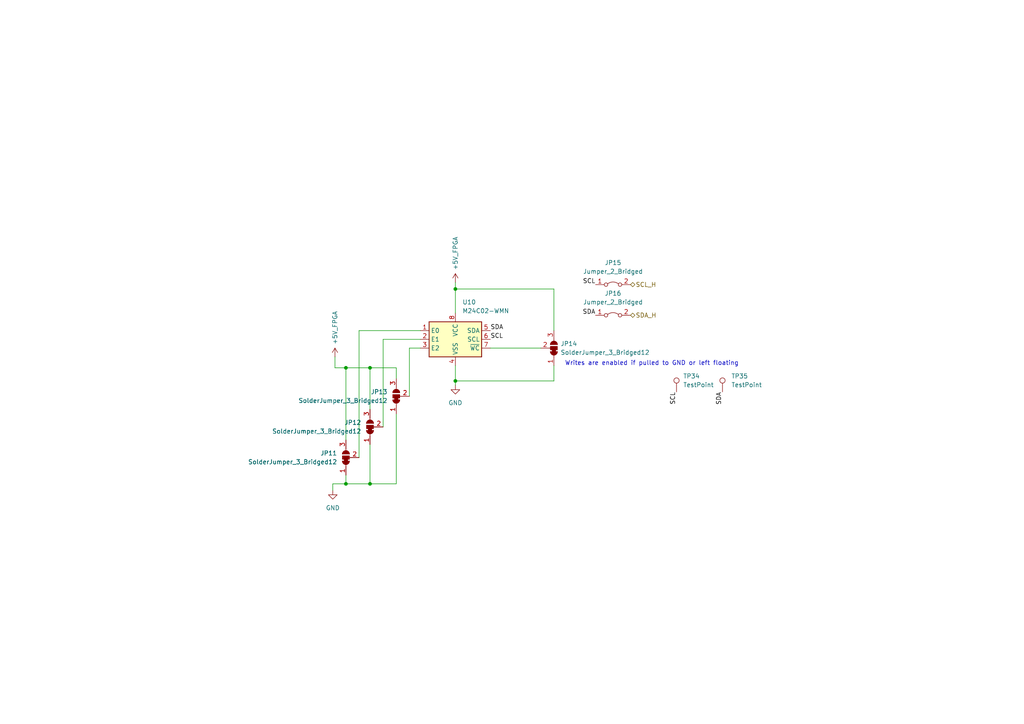
<source format=kicad_sch>
(kicad_sch (version 20211123) (generator eeschema)
  (paper "A4")
  (title_block (title "VGA Centrifuge") (date "2022-10-03") (rev "R3") (comment 1 "Author: Paolo Celati") (comment 2 "VGA Input EEPROM"))
  (lib_symbols
    (symbol "Connector:TestPoint" (pin_numbers hide) (pin_names (offset 0.762) hide)
      (property "Reference" "TP" (at 0 6.858 0))
      (property "Value" "TestPoint" (at 0 5.08 0))
      (symbol "TestPoint_0_1"
        (circle (center 0 3.302) (radius 0.762))
      )
      (symbol "TestPoint_1_1"
        (pin passive line (at 0 0 90) (length 2.54) (name "1") (number "1"))
      )
    )
    (symbol "Jumper:Jumper_2_Bridged" (pin_names (offset 0) hide)
      (property "Reference" "JP" (at 0 1.905 0))
      (property "Value" "Jumper_2_Bridged" (at 0 -2.54 0))
      (symbol "Jumper_2_Bridged_0_0"
        (circle (center -2.032 0) (radius 0.508))
        (circle (center 2.032 0) (radius 0.508))
      )
      (symbol "Jumper_2_Bridged_0_1"
        (arc (start 1.524 0.254) (mid 0 0.762) (end -1.524 0.254))
      )
      (symbol "Jumper_2_Bridged_1_1"
        (pin passive line (at -5.08 0 0) (length 2.54) (name "A") (number "1"))
        (pin passive line (at 5.08 0 180) (length 2.54) (name "B") (number "2"))
      )
    )
    (symbol "Jumper:SolderJumper_3_Bridged12" (pin_names (offset 0) hide)
      (property "Reference" "JP" (at -2.54 -2.54 0))
      (property "Value" "SolderJumper_3_Bridged12" (at 0 2.794 0))
      (symbol "SolderJumper_3_Bridged12_0_1"
        (rectangle (start -1.016 0.508) (end -0.508 -0.508) (fill (type outline)))
        (arc (start -1.016 1.016) (mid -2.032 0) (end -1.016 -1.016))
        (arc (start -1.016 1.016) (mid -2.032 0) (end -1.016 -1.016) (fill (type outline)))
        (rectangle (start -0.508 1.016) (end 0.508 -1.016) (fill (type outline)))
        (polyline (pts (xy -2.54 0) (xy -2.032 0)))
        (polyline (pts (xy -1.016 1.016) (xy -1.016 -1.016)))
        (polyline (pts (xy 0 -1.27) (xy 0 -1.016)))
        (polyline (pts (xy 1.016 1.016) (xy 1.016 -1.016)))
        (polyline (pts (xy 2.54 0) (xy 2.032 0)))
        (arc (start 1.016 -1.016) (mid 2.032 0) (end 1.016 1.016))
        (arc (start 1.016 -1.016) (mid 2.032 0) (end 1.016 1.016) (fill (type outline)))
      )
      (symbol "SolderJumper_3_Bridged12_1_1"
        (pin passive line (at -5.08 0 0) (length 2.54) (name "A") (number "1"))
        (pin passive line (at 0 -3.81 90) (length 2.54) (name "C") (number "2"))
        (pin passive line (at 5.08 0 180) (length 2.54) (name "B") (number "3"))
      )
    )
    (symbol "Memory_EEPROM:M24C02-WMN"
      (property "Reference" "U" (at -6.35 6.35 0))
      (property "Value" "M24C02-WMN" (at 7.62 6.35 0))
      (symbol "M24C02-WMN_0_1"
        (rectangle (start -7.62 5.08) (end 7.62 -5.08) (stroke (width 0.254)) (fill (type background)))
      )
      (symbol "M24C02-WMN_1_1"
        (pin input line (at -10.16 2.54 0) (length 2.54) (name "E0") (number "1"))
        (pin input line (at -10.16 0 0) (length 2.54) (name "E1") (number "2"))
        (pin input line (at -10.16 -2.54 0) (length 2.54) (name "E2") (number "3"))
        (pin power_in line (at 0 -7.62 90) (length 2.54) (name "VSS") (number "4"))
        (pin bidirectional line (at 10.16 2.54 180) (length 2.54) (name "SDA") (number "5"))
        (pin input line (at 10.16 0 180) (length 2.54) (name "SCL") (number "6"))
        (pin input line (at 10.16 -2.54 180) (length 2.54) (name "~{WC}") (number "7"))
        (pin power_in line (at 0 7.62 270) (length 2.54) (name "VCC") (number "8"))
      )
    )
    (symbol "centrifuge_symbols:+5V_FPGA" (power) (pin_names (offset 0))
      (property "Value" "+5V_FPGA" (at 0 3.556 90))
      (symbol "+5V_FPGA_0_1"
        (polyline (pts (xy -0.762 1.27) (xy 0 2.54)))
        (polyline (pts (xy 0 0) (xy 0 2.54)))
        (polyline (pts (xy 0 2.54) (xy 0.762 1.27)))
      )
      (symbol "+5V_FPGA_1_1"
        (pin power_in line (at 0 0 90) (length 0) hide (name "+5V_FPGA") (number "1"))
      )
    )
    (symbol "power:GND" (power) (pin_names (offset 0))
      (property "Value" "GND" (at 0 -3.81 0))
      (symbol "GND_0_1"
        (polyline (pts (xy 0 0) (xy 0 -1.27) (xy 1.27 -1.27) (xy 0 -2.54) (xy -1.27 -1.27) (xy 0 -1.27)))
      )
      (symbol "GND_1_1"
        (pin power_in line (at 0 0 270) (length 0) hide (name "GND") (number "1"))
      )
    )
  )
  (junction (at 107.315 106.68))
  (junction (at 132.08 83.82))
  (junction (at 100.33 140.335))
  (junction (at 107.315 140.335))
  (junction (at 132.08 110.49))
  (junction (at 100.33 106.68))
  (wire (pts (xy 121.92 100.965) (xy 118.745 100.965)))
  (wire (pts (xy 142.24 100.965) (xy 156.845 100.965)))
  (wire (pts (xy 118.745 100.965) (xy 118.745 114.935)))
  (wire (pts (xy 100.33 127.635) (xy 100.33 106.68)))
  (wire (pts (xy 97.155 106.68) (xy 100.33 106.68)))
  (wire (pts (xy 111.125 98.425) (xy 121.92 98.425)))
  (wire (pts (xy 132.08 83.82) (xy 132.08 90.805)))
  (wire (pts (xy 132.08 110.49) (xy 132.08 106.045)))
  (wire (pts (xy 107.315 106.68) (xy 107.315 118.745)))
  (wire (pts (xy 160.655 83.82) (xy 132.08 83.82)))
  (wire (pts (xy 107.315 128.905) (xy 107.315 140.335)))
  (wire (pts (xy 100.33 106.68) (xy 107.315 106.68)))
  (wire (pts (xy 97.155 103.505) (xy 97.155 106.68)))
  (wire (pts (xy 96.52 140.335) (xy 96.52 142.24)))
  (wire (pts (xy 132.08 110.49) (xy 132.08 111.76)))
  (wire (pts (xy 104.14 132.715) (xy 104.14 95.885)))
  (wire (pts (xy 111.125 123.825) (xy 111.125 98.425)))
  (wire (pts (xy 160.655 110.49) (xy 132.08 110.49)))
  (wire (pts (xy 100.33 140.335) (xy 107.315 140.335)))
  (wire (pts (xy 107.315 140.335) (xy 114.935 140.335)))
  (wire (pts (xy 160.655 95.885) (xy 160.655 83.82)))
  (wire (pts (xy 132.08 81.915) (xy 132.08 83.82)))
  (wire (pts (xy 104.14 95.885) (xy 121.92 95.885)))
  (wire (pts (xy 107.315 106.68) (xy 114.935 106.68)))
  (wire (pts (xy 100.33 137.795) (xy 100.33 140.335)))
  (wire (pts (xy 100.33 140.335) (xy 96.52 140.335)))
  (wire (pts (xy 160.655 106.045) (xy 160.655 110.49)))
  (wire (pts (xy 114.935 120.015) (xy 114.935 140.335)))
  (wire (pts (xy 114.935 109.855) (xy 114.935 106.68)))
  (text "Writes are enabled if pulled to GND or left floating" (at 163.83 106.172 0) (effects (font (size 1.27 1.27)) (justify left bottom)))
  (label "SDA" (at 209.55 113.665 270))
  (label "SCL" (at 142.24 98.425 0))
  (label "SDA" (at 172.72 91.44 180))
  (label "SCL" (at 172.72 82.55 180))
  (label "SCL" (at 196.215 113.665 270))
  (label "SDA" (at 142.24 95.885 0))
  (hierarchical_label "SDA_H" (shape tri_state) (at 182.88 91.44 0))
  (hierarchical_label "SCL_H" (shape tri_state) (at 182.88 82.55 0))
  (symbol (lib_id "power:GND") (at 96.52 142.24 0) (unit 1)
    (property "Reference" "#PWR0187" (effects hide))
    (property "Value" "GND" (at 96.52 147.32 0))
  )
  (symbol (lib_id "Jumper:Jumper_2_Bridged") (at 177.8 91.44 0) (unit 1)
    (property "Reference" "JP16" (at 177.8 85.09 0))
    (property "Value" "Jumper_2_Bridged" (at 177.8 87.63 0))
    (property "Footprint" "Jumper:SolderJumper-2_P1.3mm_Bridged_Pad1.0x1.5mm" (effects hide))
  )
  (symbol (lib_id "Jumper:Jumper_2_Bridged") (at 177.8 82.55 0) (unit 1)
    (property "Reference" "JP15" (at 177.8 76.2 0))
    (property "Value" "Jumper_2_Bridged" (at 177.8 78.74 0))
    (property "Footprint" "Jumper:SolderJumper-2_P1.3mm_Bridged_Pad1.0x1.5mm" (effects hide))
  )
  (symbol (lib_id "centrifuge_symbols:+5V_FPGA") (at 97.155 103.505 0) (unit 1)
    (property "Reference" "#PWR0185" (effects hide))
    (property "Value" "+5V" (at 97.155 99.949 90) (effects (justify left)))
  )
  (symbol (lib_id "centrifuge_symbols:+5V_FPGA") (at 132.08 81.915 0) (unit 1)
    (property "Reference" "#PWR0186" (effects hide))
    (property "Value" "+5V" (at 132.08 78.359 90) (effects (justify left)))
  )
  (symbol (lib_id "Jumper:SolderJumper_3_Bridged12") (at 114.935 114.935 90) (unit 1)
    (property "Reference" "JP13" (at 112.395 113.6649 90) (effects (justify left)))
    (property "Value" "SolderJumper_3_Bridged12" (at 112.395 116.2049 90) (effects (justify left)))
    (property "Footprint" "Jumper:SolderJumper-3_P1.3mm_Open_Pad1.0x1.5mm_NumberLabels" (effects hide))
  )
  (symbol (lib_id "Jumper:SolderJumper_3_Bridged12") (at 160.655 100.965 270) (mirror x) (unit 1)
    (property "Reference" "JP14" (at 162.56 99.6949 90) (effects (justify left)))
    (property "Value" "SolderJumper_3_Bridged12" (at 162.56 102.2349 90) (effects (justify left)))
    (property "Footprint" "Jumper:SolderJumper-3_P1.3mm_Open_Pad1.0x1.5mm_NumberLabels" (effects hide))
  )
  (symbol (lib_id "Connector:TestPoint") (at 209.55 113.665 0) (unit 1)
    (property "Reference" "TP35" (at 212.09 109.0929 0) (effects (justify left)))
    (property "Value" "TestPoint" (at 212.09 111.6329 0) (effects (justify left)))
    (property "Footprint" "TestPoint:TestPoint_Keystone_5015_Micro-Minature" (effects hide))
    (property "Order Page" "https://no.mouser.com/ProductDetail/Keystone-Electronics/5015?qs=qOqV1E1P08ShW56PtUq2FA%3D%3D" (effects hide))
  )
  (symbol (lib_id "Connector:TestPoint") (at 196.215 113.665 0) (unit 1)
    (property "Reference" "TP34" (at 198.12 109.0929 0) (effects (justify left)))
    (property "Value" "TestPoint" (at 198.12 111.6329 0) (effects (justify left)))
    (property "Footprint" "TestPoint:TestPoint_Keystone_5015_Micro-Minature" (effects hide))
    (property "Order Page" "https://no.mouser.com/ProductDetail/Keystone-Electronics/5015?qs=qOqV1E1P08ShW56PtUq2FA%3D%3D" (effects hide))
  )
  (symbol (lib_id "power:GND") (at 132.08 111.76 0) (unit 1)
    (property "Reference" "#PWR0184" (effects hide))
    (property "Value" "GND" (at 132.08 116.84 0))
  )
  (symbol (lib_id "Jumper:SolderJumper_3_Bridged12") (at 100.33 132.715 90) (unit 1)
    (property "Reference" "JP11" (at 97.79 131.4449 90) (effects (justify left)))
    (property "Value" "SolderJumper_3_Bridged12" (at 97.79 133.9849 90) (effects (justify left)))
    (property "Footprint" "Jumper:SolderJumper-3_P1.3mm_Open_Pad1.0x1.5mm_NumberLabels" (effects hide))
  )
  (symbol (lib_id "Memory_EEPROM:M24C02-WMN") (at 132.08 98.425 0) (unit 1)
    (property "Reference" "U10" (at 134.0994 87.63 0) (effects (justify left)))
    (property "Value" "M24C02-WMN" (at 134.0994 90.17 0) (effects (justify left)))
    (property "Footprint" "Package_SO:SOIC-8_3.9x4.9mm_P1.27mm" (effects hide))
    (property "Datasheet" "http://www.st.com/content/ccc/resource/technical/document/datasheet/b0/d8/50/40/5a/85/49/6f/DM00071904.pdf/files/DM00071904.pdf/jcr:content/translations/en.DM00071904.pdf" (effects hide))
  )
  (symbol (lib_id "Jumper:SolderJumper_3_Bridged12") (at 107.315 123.825 90) (unit 1)
    (property "Reference" "JP12" (at 104.775 122.5549 90) (effects (justify left)))
    (property "Value" "SolderJumper_3_Bridged12" (at 104.775 125.0949 90) (effects (justify left)))
    (property "Footprint" "Jumper:SolderJumper-3_P1.3mm_Open_Pad1.0x1.5mm_NumberLabels" (effects hide))
  )
)
</source>
